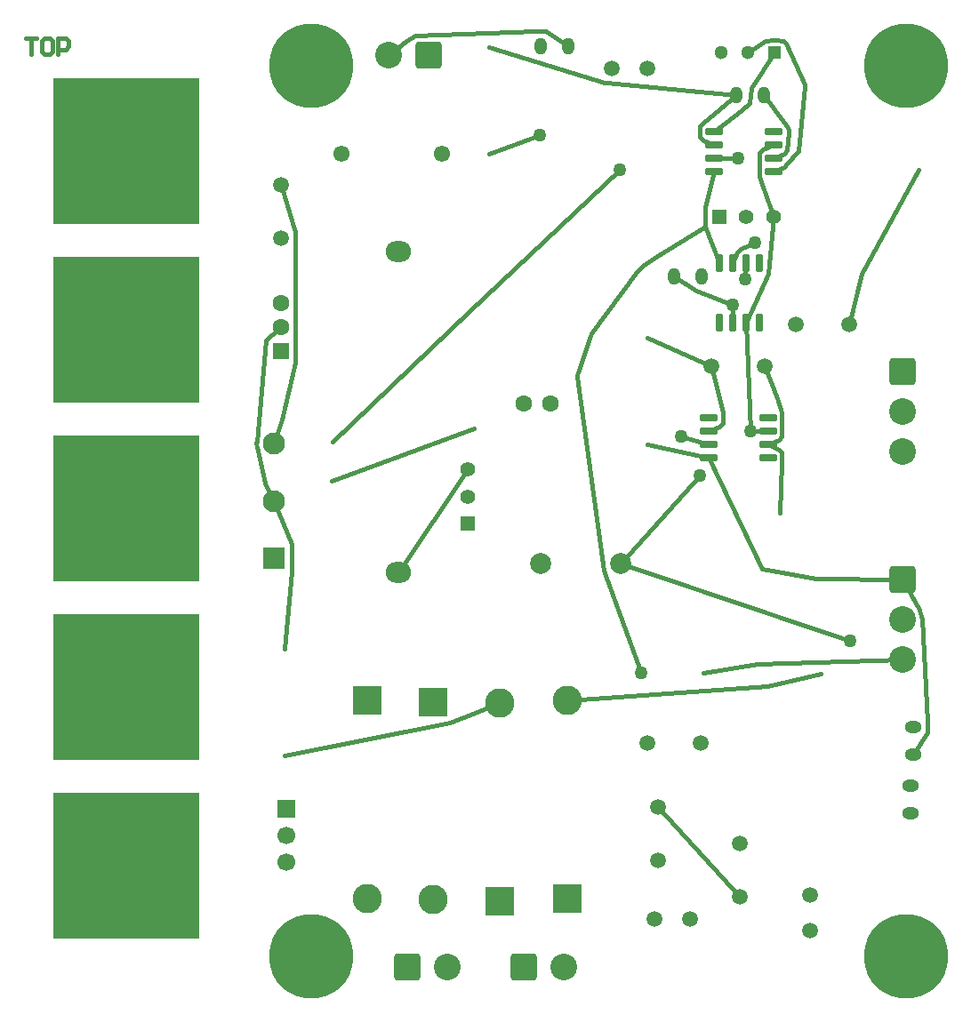
<source format=gtl>
G04*
G04 #@! TF.GenerationSoftware,Altium Limited,Altium Designer,20.0.13 (296)*
G04*
G04 Layer_Physical_Order=1*
G04 Layer_Color=255*
%FSLAX42Y42*%
%MOMM*%
G71*
G01*
G75*
G04:AMPARAMS|DCode=22|XSize=0.65mm|YSize=1.65mm|CornerRadius=0.05mm|HoleSize=0mm|Usage=FLASHONLY|Rotation=0.000|XOffset=0mm|YOffset=0mm|HoleType=Round|Shape=RoundedRectangle|*
%AMROUNDEDRECTD22*
21,1,0.65,1.55,0,0,0.0*
21,1,0.55,1.65,0,0,0.0*
1,1,0.10,0.28,-0.78*
1,1,0.10,-0.28,-0.78*
1,1,0.10,-0.28,0.78*
1,1,0.10,0.28,0.78*
%
%ADD22ROUNDEDRECTD22*%
G04:AMPARAMS|DCode=23|XSize=0.65mm|YSize=1.65mm|CornerRadius=0.05mm|HoleSize=0mm|Usage=FLASHONLY|Rotation=90.000|XOffset=0mm|YOffset=0mm|HoleType=Round|Shape=RoundedRectangle|*
%AMROUNDEDRECTD23*
21,1,0.65,1.55,0,0,90.0*
21,1,0.55,1.65,0,0,90.0*
1,1,0.10,0.78,0.28*
1,1,0.10,0.78,-0.28*
1,1,0.10,-0.78,-0.28*
1,1,0.10,-0.78,0.28*
%
%ADD23ROUNDEDRECTD23*%
%ADD52C,0.41*%
%ADD53C,0.45*%
%ADD54C,1.50*%
%ADD55O,1.20X1.60*%
%ADD56C,2.54*%
G04:AMPARAMS|DCode=57|XSize=2.54mm|YSize=2.54mm|CornerRadius=0.32mm|HoleSize=0mm|Usage=FLASHONLY|Rotation=90.000|XOffset=0mm|YOffset=0mm|HoleType=Round|Shape=RoundedRectangle|*
%AMROUNDEDRECTD57*
21,1,2.54,1.91,0,0,90.0*
21,1,1.91,2.54,0,0,90.0*
1,1,0.64,0.95,0.95*
1,1,0.64,0.95,-0.95*
1,1,0.64,-0.95,-0.95*
1,1,0.64,-0.95,0.95*
%
%ADD57ROUNDEDRECTD57*%
%ADD58C,1.55*%
%ADD59R,2.10X2.10*%
%ADD60C,2.10*%
%ADD61O,2.40X2.00*%
%ADD62C,2.00*%
%ADD63C,1.40*%
%ADD64R,1.40X1.40*%
%ADD65C,1.60*%
%ADD66C,1.30*%
%ADD67R,1.30X1.30*%
G04:AMPARAMS|DCode=68|XSize=2.54mm|YSize=2.54mm|CornerRadius=0.32mm|HoleSize=0mm|Usage=FLASHONLY|Rotation=180.000|XOffset=0mm|YOffset=0mm|HoleType=Round|Shape=RoundedRectangle|*
%AMROUNDEDRECTD68*
21,1,2.54,1.91,0,0,180.0*
21,1,1.91,2.54,0,0,180.0*
1,1,0.64,-0.95,0.95*
1,1,0.64,0.95,0.95*
1,1,0.64,0.95,-0.95*
1,1,0.64,-0.95,-0.95*
%
%ADD68ROUNDEDRECTD68*%
%ADD69O,1.60X1.20*%
%ADD70C,2.80*%
%ADD71R,2.80X2.80*%
%ADD72R,1.60X1.60*%
%ADD73R,1.70X1.70*%
%ADD74C,1.70*%
%ADD75R,14.00X14.00*%
%ADD76C,8.00*%
%ADD77R,1.40X1.40*%
%ADD78C,1.27*%
D22*
X7226Y7064D02*
D03*
X7099D02*
D03*
X6972D02*
D03*
X6845D02*
D03*
X7226Y6499D02*
D03*
X7099D02*
D03*
X6972D02*
D03*
X6845D02*
D03*
D23*
X6791Y8318D02*
D03*
Y8192D02*
D03*
Y8064D02*
D03*
Y7938D02*
D03*
X7356Y8318D02*
D03*
Y8192D02*
D03*
Y8064D02*
D03*
Y7938D02*
D03*
X6741Y5588D02*
D03*
Y5461D02*
D03*
Y5334D02*
D03*
Y5207D02*
D03*
X7306Y5588D02*
D03*
Y5461D02*
D03*
Y5334D02*
D03*
Y5207D02*
D03*
D52*
X8773Y3681D02*
G03*
X8749Y3763I-188J-10D01*
G01*
X2438Y5359D02*
G03*
X2441Y5310I165J-15D01*
G01*
X7378Y9193D02*
X7452Y9183D01*
X7112Y9068D02*
X7280Y9183D01*
X7356Y9193D01*
X7376D01*
X7378Y9193D01*
X7595Y8128D02*
X7657Y8748D01*
X7657Y8750D01*
Y8765D01*
X7481Y9154D02*
X7657Y8765D01*
X7452Y9183D02*
X7481Y9154D01*
X7489Y8014D02*
X7585Y8118D01*
X7595Y8128D01*
X7356Y7938D02*
X7457Y7982D01*
X7489Y8014D01*
X7224Y7887D02*
X7359Y7506D01*
X7457Y8109D02*
X7489Y8141D01*
X7502Y8306D01*
X7500Y8336D02*
X7502Y8330D01*
Y8306D02*
Y8330D01*
X7356Y8064D02*
X7457Y8109D01*
X7489Y8369D02*
X7500Y8336D01*
X7224Y8115D02*
X7256Y8147D01*
X7356Y8192D01*
X7267Y8661D02*
X7489Y8369D01*
X7224Y7887D02*
Y8115D01*
X7099Y6499D02*
X7309Y6964D01*
X7049Y7197D02*
X7178Y7261D01*
X7309Y6964D02*
X7359Y7506D01*
X7016Y7165D02*
X7049Y7197D01*
X6972Y7064D02*
X7016Y7165D01*
X6410Y6934D02*
X6625Y6804D01*
X6972Y6668D01*
Y6499D02*
Y6668D01*
X7392Y5778D02*
X7438Y5638D01*
X7277Y6083D02*
X7391Y5779D01*
X7392Y5778D01*
X7406Y5378D02*
X7438Y5411D01*
X7306Y5334D02*
X7406Y5378D01*
X7438Y5411D02*
Y5638D01*
X7137Y5461D02*
X7306D01*
X7099Y6499D02*
X7137Y5461D01*
X7417Y4686D02*
X7438Y5157D01*
Y5257D01*
X7406Y5290D02*
X7438Y5257D01*
X7306Y5334D02*
X7406Y5290D01*
X6741Y5461D02*
X6841Y5505D01*
X6873Y5538D01*
Y5638D01*
X6769Y6083D02*
X6873Y5638D01*
X6691Y8401D02*
X6744Y8445D01*
X6744Y8446D01*
X7007Y8661D01*
X6691Y8236D02*
X6791Y8192D01*
X6659Y8268D02*
X6691Y8236D01*
X6659Y8268D02*
Y8369D01*
X6691Y8401D01*
X6791Y8318D02*
X7058Y8520D01*
X7128Y8591D01*
X5906Y4204D02*
X6657Y5040D01*
X5906Y4204D02*
X8090Y3467D01*
X6741Y5207D02*
X7252Y4153D01*
X7766Y4059D02*
X8585Y4051D01*
X7252Y4153D02*
X7766Y4059D01*
X6693Y3162D02*
X7208Y3244D01*
X8585Y3289D01*
X6115Y7041D02*
X6222Y7112D01*
X6223Y7112D01*
X6708Y7410D01*
X6053Y6978D02*
X6115Y7041D01*
X5488Y5982D02*
Y5997D01*
X5621Y6394D01*
X5488Y5982D02*
X5489Y5979D01*
X5745Y4137D01*
X5621Y6394D02*
X6053Y6978D01*
X5745Y4137D02*
X6096Y3162D01*
X5397Y2898D02*
X7296Y3030D01*
X7811Y3150D01*
X6477Y5410D02*
X6741Y5334D01*
X6160D02*
X6741Y5207D01*
X3162Y5359D02*
X4464Y6609D01*
X5893Y7950D01*
X6791Y8064D02*
X7023D01*
X7087Y6909D02*
X7099Y7064D01*
X8199Y6966D02*
X8738Y7950D01*
X8077Y6477D02*
X8199Y6966D01*
X8687Y2385D02*
X8828Y2594D01*
X8585Y4051D02*
X8749Y3763D01*
X8773Y3681D02*
X8828Y2695D01*
Y2594D02*
Y2695D01*
X4648Y8103D02*
X5131Y8280D01*
X3150Y4991D02*
X4508Y5486D01*
X3785Y4116D02*
X4445Y5099D01*
X6708Y7410D02*
Y7601D01*
X6791Y7938D01*
X6708Y7410D02*
X6845Y7064D01*
X7146Y8732D02*
X7366Y9068D01*
X7128Y8591D02*
X7146Y8732D01*
X3864Y9184D02*
X3943Y9230D01*
X3696Y9042D02*
X3861Y9182D01*
X3864Y9184D01*
X5747Y8783D02*
X5760Y8779D01*
X4648Y9119D02*
X5747Y8783D01*
X5090Y9272D02*
X5191D01*
X5760Y8779D02*
X5764Y8779D01*
X7007Y8661D01*
X5191Y9272D02*
X5401Y9131D01*
X3943Y9230D02*
X5090Y9272D01*
X2680Y5577D02*
X2808Y6117D01*
X2680Y5575D02*
X2680Y5577D01*
X2603Y5344D02*
X2680Y5575D01*
X2808Y6117D02*
Y6739D01*
X2667Y7811D02*
X2803Y7359D01*
X2808Y6739D01*
X2562Y6364D02*
X2667Y6452D01*
X2441Y5310D02*
X2513Y4971D01*
X2526Y6328D02*
X2562Y6364D01*
X2438Y5359D02*
X2526Y6328D01*
X2513Y4971D02*
X2515Y4966D01*
X2603Y4799D01*
X6160Y6350D02*
X6769Y6083D01*
X2705Y2375D02*
X4280Y2684D01*
X4750Y2872D01*
X2705Y3391D02*
X2769Y4124D01*
Y4385D01*
X2603Y4799D02*
X2769Y4385D01*
X6261Y1880D02*
X7036Y1029D01*
D53*
X236Y9202D02*
X337D01*
X287D01*
Y9050D01*
X464Y9202D02*
X414D01*
X388Y9177D01*
Y9075D01*
X414Y9050D01*
X464D01*
X490Y9075D01*
Y9177D01*
X464Y9202D01*
X541Y9050D02*
Y9202D01*
X617D01*
X642Y9177D01*
Y9126D01*
X617Y9100D01*
X541D01*
D54*
X6157Y8915D02*
D03*
X5817D02*
D03*
X2667Y7811D02*
D03*
Y7303D02*
D03*
X8077Y6477D02*
D03*
X7569D02*
D03*
X6769Y6083D02*
D03*
X7277D02*
D03*
X6668Y2489D02*
D03*
X6160D02*
D03*
X6261Y1880D02*
D03*
Y1372D02*
D03*
X7036Y1537D02*
D03*
Y1029D02*
D03*
X7709Y1046D02*
D03*
Y706D02*
D03*
X6566Y813D02*
D03*
X6226D02*
D03*
D55*
X5140Y9131D02*
D03*
X5401D02*
D03*
X6410Y6934D02*
D03*
X6671D02*
D03*
X7267Y8661D02*
D03*
X7007D02*
D03*
D56*
X3696Y9042D02*
D03*
X8585Y3670D02*
D03*
Y3289D02*
D03*
Y5651D02*
D03*
Y5271D02*
D03*
X5359Y356D02*
D03*
X4254D02*
D03*
D57*
X4077Y9042D02*
D03*
X4978Y356D02*
D03*
X3874D02*
D03*
D58*
X4198Y8103D02*
D03*
X3244D02*
D03*
D59*
X2603Y4254D02*
D03*
D60*
Y4799D02*
D03*
Y5344D02*
D03*
D61*
X3785Y4116D02*
D03*
Y7175D02*
D03*
D62*
X5144Y4204D02*
D03*
X5906D02*
D03*
D63*
X4445Y4839D02*
D03*
Y5099D02*
D03*
X7359Y7506D02*
D03*
X7099D02*
D03*
D64*
X4445Y4579D02*
D03*
D65*
X5232Y5728D02*
D03*
X4978D02*
D03*
X2667Y6681D02*
D03*
Y6452D02*
D03*
D66*
X6858Y9068D02*
D03*
X7112D02*
D03*
D67*
X7366D02*
D03*
D68*
X8585Y4051D02*
D03*
Y6033D02*
D03*
D69*
X8687Y2645D02*
D03*
Y2385D02*
D03*
X8661Y1826D02*
D03*
Y2086D02*
D03*
D70*
X5397Y2898D02*
D03*
X4750Y2872D02*
D03*
X4115Y1001D02*
D03*
X3492Y1014D02*
D03*
D71*
X5397D02*
D03*
X4750Y988D02*
D03*
X4115Y2885D02*
D03*
X3492Y2898D02*
D03*
D72*
X2667Y6223D02*
D03*
D73*
X2718Y1867D02*
D03*
D74*
Y1613D02*
D03*
Y1359D02*
D03*
D75*
X1194Y1321D02*
D03*
Y3023D02*
D03*
Y4724D02*
D03*
Y6426D02*
D03*
Y8128D02*
D03*
D76*
X8623Y457D02*
D03*
X2957D02*
D03*
Y8941D02*
D03*
X8623D02*
D03*
D77*
X6839Y7506D02*
D03*
D78*
X7178Y7261D02*
D03*
X6972Y6668D02*
D03*
X7137Y5461D02*
D03*
X6657Y5040D02*
D03*
X8090Y3467D02*
D03*
X6096Y3162D02*
D03*
X6477Y5410D02*
D03*
X5893Y7950D02*
D03*
X7023Y8064D02*
D03*
X7087Y6909D02*
D03*
X5131Y8280D02*
D03*
M02*

</source>
